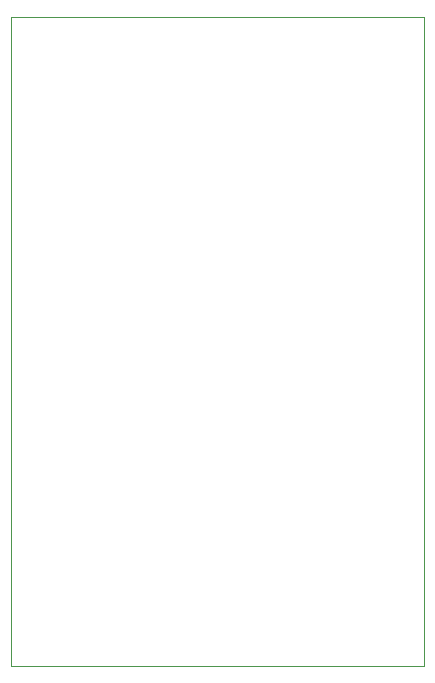
<source format=gm1>
G04 #@! TF.GenerationSoftware,KiCad,Pcbnew,(6.0.9)*
G04 #@! TF.CreationDate,2023-02-13T11:25:36-05:00*
G04 #@! TF.ProjectId,1W Experiments,31572045-7870-4657-9269-6d656e74732e,rev?*
G04 #@! TF.SameCoordinates,Original*
G04 #@! TF.FileFunction,Profile,NP*
%FSLAX46Y46*%
G04 Gerber Fmt 4.6, Leading zero omitted, Abs format (unit mm)*
G04 Created by KiCad (PCBNEW (6.0.9)) date 2023-02-13 11:25:36*
%MOMM*%
%LPD*%
G01*
G04 APERTURE LIST*
G04 #@! TA.AperFunction,Profile*
%ADD10C,0.100000*%
G04 #@! TD*
G04 APERTURE END LIST*
D10*
X73000000Y-73000000D02*
X108000000Y-73000000D01*
X108000000Y-73000000D02*
X108000000Y-128000000D01*
X108000000Y-128000000D02*
X73000000Y-128000000D01*
X73000000Y-128000000D02*
X73000000Y-73000000D01*
M02*

</source>
